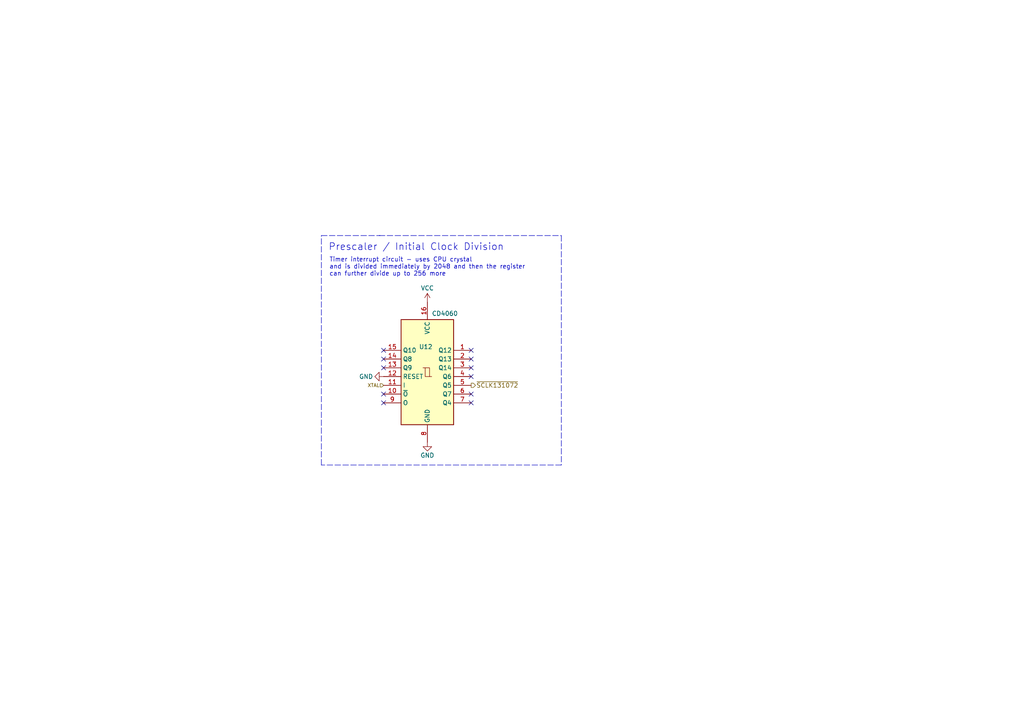
<source format=kicad_sch>
(kicad_sch (version 20211123) (generator eeschema)
  (paper "A4")
  (lib_symbols
    (symbol "Stephen:CD4060"
      (property "Reference" "U" (at 0 35.56 0))
      (property "Value" "CD4060" (at 0 33.02 0))
      (symbol "CD4060_1_0"
        (polyline (pts (xy -0.635 -1.27) (xy -0.635 1.27) (xy 0.635 1.27)))
        (polyline (pts (xy -1.27 -1.27) (xy 0.635 -1.27) (xy 0.635 1.27) (xy 1.27 1.27)))
        (pin output line (at -12.7 6.35 0) (length 5.08) (name "Q12") (number "1"))
        (pin output line (at 12.7 -6.35 180) (length 5.08) (name "~{O}") (number "10"))
        (pin input line (at 12.7 -3.81 180) (length 5.08) (name "I") (number "11"))
        (pin input line (at 12.7 -1.27 180) (length 5.08) (name "RESET") (number "12"))
        (pin output line (at 12.7 1.27 180) (length 5.08) (name "Q9") (number "13"))
        (pin output line (at 12.7 3.81 180) (length 5.08) (name "Q8") (number "14"))
        (pin output line (at 12.7 6.35 180) (length 5.08) (name "Q10") (number "15"))
        (pin power_in line (at 0 20.32 270) (length 5.08) (name "VCC") (number "16"))
        (pin output line (at -12.7 3.81 0) (length 5.08) (name "Q13") (number "2"))
        (pin output line (at -12.7 1.27 0) (length 5.08) (name "Q14") (number "3"))
        (pin output line (at -12.7 -1.27 0) (length 5.08) (name "Q6") (number "4"))
        (pin output line (at -12.7 -3.81 0) (length 5.08) (name "Q5") (number "5"))
        (pin output line (at -12.7 -6.35 0) (length 5.08) (name "Q7") (number "6"))
        (pin output line (at -12.7 -8.89 0) (length 5.08) (name "Q4") (number "7"))
        (pin power_in line (at 0 -20.32 90) (length 5.08) (name "GND") (number "8"))
        (pin output line (at 12.7 -8.89 180) (length 5.08) (name "O") (number "9"))
      )
      (symbol "CD4060_1_1"
        (rectangle (start -7.62 15.24) (end 7.62 -15.24) (stroke (width 0.254)) (fill (type background)))
      )
    )
    (symbol "power:GND" (power) (pin_names (offset 0))
      (property "Value" "GND" (at 0 -3.81 0))
      (symbol "GND_0_1"
        (polyline (pts (xy 0 0) (xy 0 -1.27) (xy 1.27 -1.27) (xy 0 -2.54) (xy -1.27 -1.27) (xy 0 -1.27)))
      )
      (symbol "GND_1_1"
        (pin power_in line (at 0 0 270) (length 0) hide (name "GND") (number "1"))
      )
    )
    (symbol "power:VCC" (power) (pin_names (offset 0))
      (property "Value" "VCC" (at 0 3.81 0))
      (symbol "VCC_0_1"
        (polyline (pts (xy -0.762 1.27) (xy 0 2.54)))
        (polyline (pts (xy 0 0) (xy 0 2.54)))
        (polyline (pts (xy 0 2.54) (xy 0.762 1.27)))
      )
      (symbol "VCC_1_1"
        (pin power_in line (at 0 0 90) (length 0) hide (name "VCC") (number "1"))
      )
    )
  )
  (no_connect (at 111.252 114.3))
  (no_connect (at 111.252 101.6))
  (no_connect (at 136.652 106.68))
  (no_connect (at 111.252 116.84))
  (no_connect (at 136.652 114.3))
  (no_connect (at 136.652 104.14))
  (no_connect (at 136.652 109.22))
  (no_connect (at 136.652 101.6))
  (no_connect (at 111.252 104.14))
  (no_connect (at 136.652 116.84))
  (no_connect (at 111.252 106.68))
  (polyline (pts (xy 162.814 68.326) (xy 162.814 134.874)))
  (polyline (pts (xy 162.814 134.874) (xy 93.218 134.874)))
  (polyline (pts (xy 93.218 134.874) (xy 93.218 68.326)))
  (polyline (pts (xy 109.982 68.326) (xy 162.814 68.326)))
  (polyline (pts (xy 93.218 68.326) (xy 110.236 68.326)))
  (text "Prescaler / Initial Clock Division" (at 95.25 72.898 0) (effects (font (size 2 2)) (justify left bottom)))
  (text "Timer interrupt circuit - uses CPU crystal\nand is divided immediately by 2048 and then the register \ncan further divide up to 256 more" (at 95.504 80.264 0) (effects (font (size 1.27 1.27)) (justify left bottom)))
  (hierarchical_label "~{SCLK131072}" (shape output) (at 136.652 111.76 0))
  (hierarchical_label "XTAL" (shape input) (at 111.252 111.76 180) (effects (font (size 0.9906 0.9906))))
  (symbol (lib_id "power:GND") (at 111.252 109.22 270) (mirror x) (unit 1)
    (property "Reference" "#PWR057" (effects hide))
    (property "Value" "GND" (at 106.172 109.22 90))
  )
  (symbol (lib_id "power:VCC") (at 123.952 87.63 0) (mirror y) (unit 1)
    (property "Reference" "#PWR058" (effects hide))
    (property "Value" "VCC" (at 123.952 83.566 0))
  )
  (symbol (lib_id "Stephen:CD4060") (at 123.952 107.95 0) (mirror y) (unit 1)
    (property "Reference" "U12" (at 125.476 100.584 0) (effects (justify left)))
    (property "Value" "CD4060" (at 132.842 90.932 0) (effects (justify left)))
    (property "Footprint" "Package_SO:SOIC-16_3.9x9.9mm_P1.27mm" (effects hide))
  )
  (symbol (lib_id "power:GND") (at 123.952 128.27 0) (mirror y) (unit 1)
    (property "Reference" "#PWR059" (effects hide))
    (property "Value" "GND" (at 123.952 132.08 0))
  )
)
</source>
